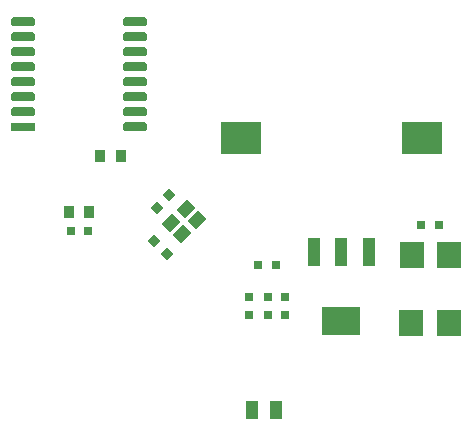
<source format=gbp>
G04*
G04 #@! TF.GenerationSoftware,Altium Limited,Altium Designer,21.0.8 (223)*
G04*
G04 Layer_Color=128*
%FSTAX24Y24*%
%MOIN*%
G70*
G04*
G04 #@! TF.SameCoordinates,2867BDE3-1686-46F1-8F54-3A33D440E248*
G04*
G04*
G04 #@! TF.FilePolarity,Positive*
G04*
G01*
G75*
%ADD23R,0.0400X0.0591*%
%ADD24R,0.0787X0.0866*%
%ADD40R,0.0315X0.0315*%
%ADD41R,0.0350X0.0433*%
%ADD42R,0.0315X0.0315*%
G04:AMPARAMS|DCode=107|XSize=30mil|YSize=80mil|CornerRadius=7.5mil|HoleSize=0mil|Usage=FLASHONLY|Rotation=270.000|XOffset=0mil|YOffset=0mil|HoleType=Round|Shape=RoundedRectangle|*
%AMROUNDEDRECTD107*
21,1,0.0300,0.0650,0,0,270.0*
21,1,0.0150,0.0800,0,0,270.0*
1,1,0.0150,-0.0325,-0.0075*
1,1,0.0150,-0.0325,0.0075*
1,1,0.0150,0.0325,0.0075*
1,1,0.0150,0.0325,-0.0075*
%
%ADD107ROUNDEDRECTD107*%
%ADD108R,0.0800X0.0300*%
G04:AMPARAMS|DCode=109|XSize=39.4mil|YSize=47.2mil|CornerRadius=0mil|HoleSize=0mil|Usage=FLASHONLY|Rotation=135.000|XOffset=0mil|YOffset=0mil|HoleType=Round|Shape=Rectangle|*
%AMROTATEDRECTD109*
4,1,4,0.0306,0.0028,-0.0028,-0.0306,-0.0306,-0.0028,0.0028,0.0306,0.0306,0.0028,0.0*
%
%ADD109ROTATEDRECTD109*%

%ADD110R,0.1299X0.0945*%
%ADD111R,0.0394X0.0945*%
%ADD112R,0.1378X0.1102*%
%ADD113P,0.0445X4X180.0*%
%ADD114P,0.0445X4X270.0*%
D23*
X06798Y02112D02*
D03*
X06878D02*
D03*
D24*
X07326Y02401D02*
D03*
X07452D02*
D03*
X07455Y0263D02*
D03*
X07329D02*
D03*
D40*
X062515Y0271D02*
D03*
X061925D02*
D03*
X073595Y027273D02*
D03*
X074185D02*
D03*
X068765Y025965D02*
D03*
X068175D02*
D03*
D41*
X063585Y029597D02*
D03*
X062915D02*
D03*
X061859Y02772D02*
D03*
X062528D02*
D03*
D42*
X068499Y024885D02*
D03*
Y024295D02*
D03*
X06906Y024299D02*
D03*
Y02489D02*
D03*
X067863Y024885D02*
D03*
Y024295D02*
D03*
D107*
X06407Y034046D02*
D03*
Y033546D02*
D03*
Y033046D02*
D03*
Y032546D02*
D03*
Y032046D02*
D03*
Y031546D02*
D03*
Y031046D02*
D03*
Y030546D02*
D03*
X06035Y034046D02*
D03*
Y033546D02*
D03*
Y033046D02*
D03*
Y032546D02*
D03*
Y032046D02*
D03*
Y031546D02*
D03*
Y031046D02*
D03*
D108*
Y030546D02*
D03*
D109*
X065282Y027344D02*
D03*
X065644Y026982D02*
D03*
X065756Y027818D02*
D03*
X066118Y027456D02*
D03*
D110*
X07095Y024098D02*
D03*
D111*
X071856Y026382D02*
D03*
X07095Y026382D02*
D03*
X070044Y026382D02*
D03*
D112*
X07363Y03019D02*
D03*
X06759D02*
D03*
D113*
X064711Y026749D02*
D03*
X065129Y026331D02*
D03*
D114*
X064791Y027851D02*
D03*
X065209Y028269D02*
D03*
M02*

</source>
